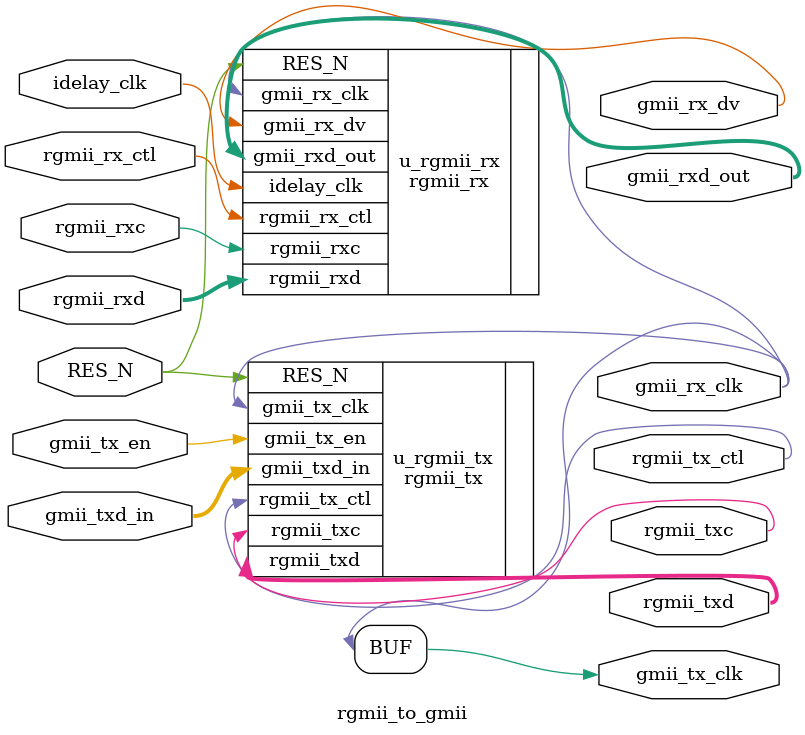
<source format=v>
module rgmii_to_gmii #(
    parameter   IDELAY_VALUE = 0  //ÊäÈëÊý¾ÝIOÑÓÊ±(Èç¹ûÎªn,±íÊ¾ÑÓÊ±n*78+600ps) 
)(
    input               idelay_clk      ,//IDELAYÊ±ÖÓ
    input               RES_N,
    //ÒÔÌ«ÍøGMII½Ó¿Ú
    output              gmii_rx_clk     ,//GMII½ÓÊÕÊ±ÖÓ
    output              gmii_rx_dv      ,//GMII½ÓÊÕÊý¾ÝÓÐÐ§ÐÅºÅ
    output      [7:0]   gmii_rxd_out        ,//GMII½ÓÊÕÊý¾Ý
    output              gmii_tx_clk     ,//GMII·¢ËÍÊ±ÖÓ
    input               gmii_tx_en      ,//GMII·¢ËÍÊý¾ÝÊ¹ÄÜÐÅºÅ
    input       [7:0]   gmii_txd_in        ,//GMII·¢ËÍÊý¾Ý            
    //ÒÔÌ«ÍøRGMII½Ó¿Ú   
    input               rgmii_rxc       ,//RGMII½ÓÊÕÊ±ÖÓ
    input               rgmii_rx_ctl    ,//RGMII½ÓÊÕÊý¾Ý¿ØÖÆÐÅºÅ
    input       [3:0]   rgmii_rxd       ,//RGMII½ÓÊÕÊý¾Ý
    output              rgmii_txc       ,//RGMII·¢ËÍÊ±ÖÓ    
    output              rgmii_tx_ctl    ,//RGMII·¢ËÍÊý¾Ý¿ØÖÆÐÅºÅ
    output      [3:0]   rgmii_txd        //RGMII·¢ËÍÊý¾Ý          
);
    assign gmii_tx_clk = gmii_rx_clk;

    //Àý»¯RGMII½ÓÊÕÄ£¿é
    rgmii_rx #(
        .IDELAY_VALUE  ( IDELAY_VALUE   )
    )
    u_rgmii_rx(
        .idelay_clk     ( idelay_clk    ),
        .RES_N          (RES_N),
        .gmii_rx_clk    ( gmii_rx_clk   ),
        .rgmii_rxc      ( rgmii_rxc     ),
        .rgmii_rx_ctl   ( rgmii_rx_ctl  ),
        .rgmii_rxd      ( rgmii_rxd     ),
        .gmii_rx_dv     ( gmii_rx_dv    ),
        .gmii_rxd_out       ( gmii_rxd_out      )
    );

    //Àý»¯RGMII·¢ËÍÄ£¿é
    rgmii_tx u_rgmii_tx(
        .gmii_tx_clk   ( gmii_tx_clk    ),
        .RES_N          (RES_N),
        .gmii_tx_en    ( gmii_tx_en     ),
        .gmii_txd_in      ( gmii_txd_in       ),
        .rgmii_txc     ( rgmii_txc      ),
        .rgmii_tx_ctl  ( rgmii_tx_ctl   ),
        .rgmii_txd     ( rgmii_txd      )
    );

endmodule
</source>
